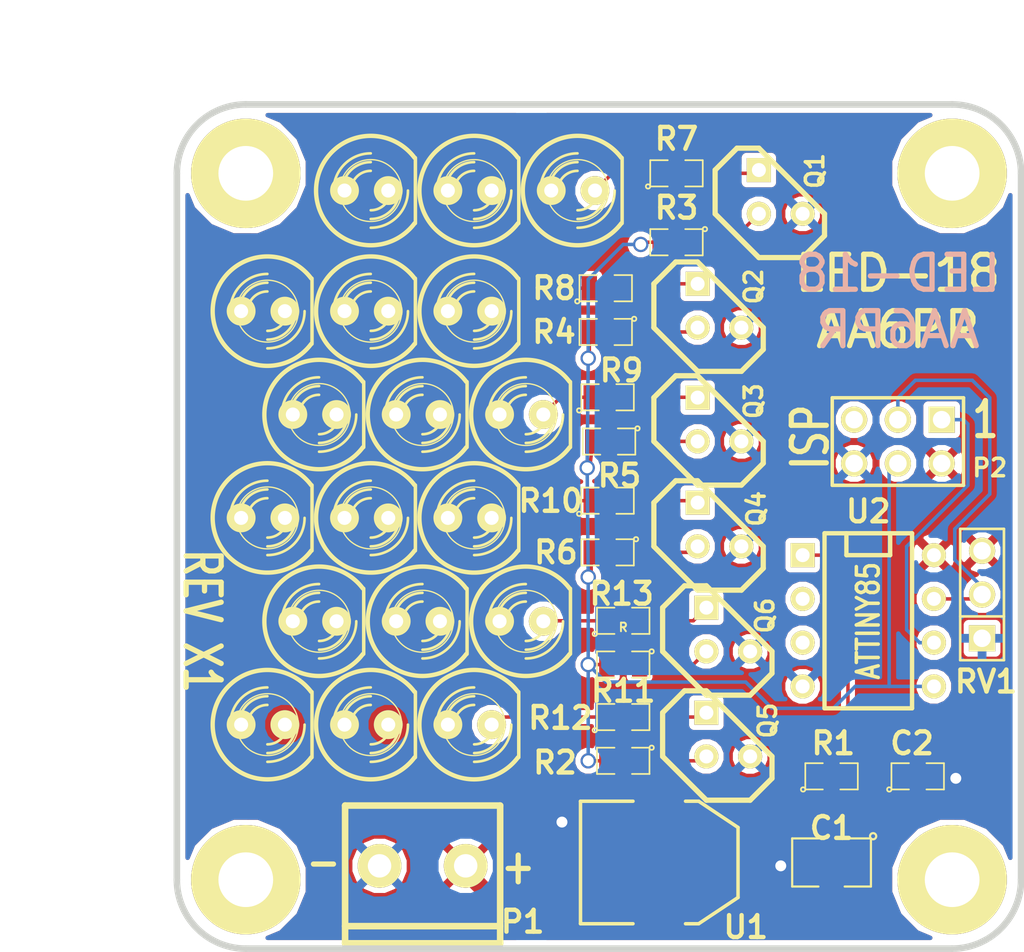
<source format=kicad_pcb>
(kicad_pcb (version 3) (host pcbnew "(2013-04-19 BZR 4011)-stable")
  (layers (15 Front signal) (0 Back signal) (20 B.SilkS user) (21 F.SilkS user) (22 B.Mask user) (23 F.Mask user) (28 Edge.Cuts user))
  (net 0 "")
  (net 1 +12V)
  (net 2 +5V)
  (net 3 /MISO)
  (net 4 /MOSI)
  (net 5 /RES*)
  (net 6 /SCK)
  (net 7 GND)
  (net 8 N-000001)
  (net 9 N-0000017)
  (net 10 N-0000018)
  (net 11 N-0000019)
  (net 12 N-000002)
  (net 13 N-0000020)
  (net 14 N-0000021)
  (net 15 N-0000022)
  (net 16 N-0000027)
  (net 17 N-0000028)
  (net 18 N-0000029)
  (net 19 N-000003)
  (net 20 N-0000030)
  (net 21 N-0000031)
  (net 22 N-0000032)
  (net 23 N-0000033)
  (net 24 N-0000034)
  (net 25 N-0000035)
  (net 26 N-0000036)
  (net 27 N-0000037)
  (net 28 N-0000038)
  (net 29 N-0000039)
  (net 30 N-000004)
  (net 31 N-0000040)
  (net 32 N-0000041)
  (net 33 N-0000042)
  (net 34 N-000005)
  (net 35 N-000006)
  (net 36 N-000007)
  (net 37 N-000008)
  (module PIN_ARRAY_3X1 (layer Front) (at 201.736 108.448 90)
    (fp_text reference RV1 (at -5.052 0.228 180) (layer F.SilkS) (effects (font (size 1.27 1.27) (thickness 0.254))))
    (fp_text value 10K-POT hide)
    (pad 1 thru_hole rect (at -2.54 0 90) (size 1.524 1.524) (drill 1.016) (layers *.Cu *.Mask F.SilkS) (net 7 GND))
    (pad 2 thru_hole circle (at 0 0 90) (size 1.524 1.524) (drill 1.016) (layers *.Cu *.Mask F.SilkS) (net 6 /SCK))
    (pad 3 thru_hole circle (at 2.54 0 90) (size 1.524 1.524) (drill 1.016) (layers *.Cu *.Mask F.SilkS) (net 2 +5V))
  )
  (module LED-5MM (layer Front) (at 163 98)
    (fp_text reference D7 hide)
    (fp_text value LED hide)
    (pad 1 thru_hole circle (at -1.27 0) (size 1.6764 1.6764) (drill 0.812799) (layers *.Cu *.Mask F.SilkS) (net 1 +12V))
    (pad 2 thru_hole circle (at 1.27 0) (size 1.6764 1.6764) (drill 0.812799) (layers *.Cu *.Mask F.SilkS) (net 21 N-0000031))
  )
  (module LED-5MM (layer Front) (at 172 104)
    (fp_text reference D12 hide)
    (fp_text value LED hide)
    (pad 1 thru_hole circle (at -1.27 0) (size 1.6764 1.6764) (drill 0.812799) (layers *.Cu *.Mask F.SilkS) (net 23 N-0000033))
    (pad 2 thru_hole circle (at 1.27 0) (size 1.6764 1.6764) (drill 0.812799) (layers *.Cu *.Mask F.SilkS) (net 24 N-0000034))
  )
  (module LED-5MM (layer Front) (at 166 104)
    (fp_text reference D11 hide)
    (fp_text value LED hide)
    (pad 1 thru_hole circle (at -1.27 0) (size 1.6764 1.6764) (drill 0.812799) (layers *.Cu *.Mask F.SilkS) (net 22 N-0000032))
    (pad 2 thru_hole circle (at 1.27 0) (size 1.6764 1.6764) (drill 0.812799) (layers *.Cu *.Mask F.SilkS) (net 23 N-0000033))
  )
  (module LED-5MM (layer Front) (at 160 104)
    (fp_text reference D10 hide)
    (fp_text value LED hide)
    (pad 1 thru_hole circle (at -1.27 0) (size 1.6764 1.6764) (drill 0.812799) (layers *.Cu *.Mask F.SilkS) (net 1 +12V))
    (pad 2 thru_hole circle (at 1.27 0) (size 1.6764 1.6764) (drill 0.812799) (layers *.Cu *.Mask F.SilkS) (net 22 N-0000032))
  )
  (module LED-5MM (layer Front) (at 175 98)
    (fp_text reference D9 hide)
    (fp_text value LED hide)
    (pad 1 thru_hole circle (at -1.27 0) (size 1.6764 1.6764) (drill 0.812799) (layers *.Cu *.Mask F.SilkS) (net 17 N-0000028))
    (pad 2 thru_hole circle (at 1.27 0) (size 1.6764 1.6764) (drill 0.812799) (layers *.Cu *.Mask F.SilkS) (net 20 N-0000030))
  )
  (module LED-5MM (layer Front) (at 169 98)
    (fp_text reference D8 hide)
    (fp_text value LED hide)
    (pad 1 thru_hole circle (at -1.27 0) (size 1.6764 1.6764) (drill 0.812799) (layers *.Cu *.Mask F.SilkS) (net 21 N-0000031))
    (pad 2 thru_hole circle (at 1.27 0) (size 1.6764 1.6764) (drill 0.812799) (layers *.Cu *.Mask F.SilkS) (net 17 N-0000028))
  )
  (module LED-5MM (layer Front) (at 172 92)
    (fp_text reference D6 hide)
    (fp_text value LED hide)
    (pad 1 thru_hole circle (at -1.27 0) (size 1.6764 1.6764) (drill 0.812799) (layers *.Cu *.Mask F.SilkS) (net 28 N-0000038))
    (pad 2 thru_hole circle (at 1.27 0) (size 1.6764 1.6764) (drill 0.812799) (layers *.Cu *.Mask F.SilkS) (net 27 N-0000037))
  )
  (module LED-5MM (layer Front) (at 166 92)
    (fp_text reference D5 hide)
    (fp_text value LED hide)
    (pad 1 thru_hole circle (at -1.27 0) (size 1.6764 1.6764) (drill 0.812799) (layers *.Cu *.Mask F.SilkS) (net 29 N-0000039))
    (pad 2 thru_hole circle (at 1.27 0) (size 1.6764 1.6764) (drill 0.812799) (layers *.Cu *.Mask F.SilkS) (net 28 N-0000038))
  )
  (module LED-5MM (layer Front) (at 160 92)
    (fp_text reference D4 hide)
    (fp_text value LED hide)
    (pad 1 thru_hole circle (at -1.27 0) (size 1.6764 1.6764) (drill 0.812799) (layers *.Cu *.Mask F.SilkS) (net 1 +12V))
    (pad 2 thru_hole circle (at 1.27 0) (size 1.6764 1.6764) (drill 0.812799) (layers *.Cu *.Mask F.SilkS) (net 29 N-0000039))
  )
  (module LED-5MM (layer Front) (at 178 85)
    (fp_text reference D3 hide)
    (fp_text value LED hide)
    (pad 1 thru_hole circle (at -1.27 0) (size 1.6764 1.6764) (drill 0.812799) (layers *.Cu *.Mask F.SilkS) (net 32 N-0000041))
    (pad 2 thru_hole circle (at 1.27 0) (size 1.6764 1.6764) (drill 0.812799) (layers *.Cu *.Mask F.SilkS) (net 33 N-0000042))
  )
  (module LED-5MM (layer Front) (at 172 85)
    (fp_text reference D2 hide)
    (fp_text value LED hide)
    (pad 1 thru_hole circle (at -1.27 0) (size 1.6764 1.6764) (drill 0.812799) (layers *.Cu *.Mask F.SilkS) (net 31 N-0000040))
    (pad 2 thru_hole circle (at 1.27 0) (size 1.6764 1.6764) (drill 0.812799) (layers *.Cu *.Mask F.SilkS) (net 32 N-0000041))
  )
  (module LED-5MM (layer Front) (at 166 85)
    (fp_text reference D1 hide)
    (fp_text value LED hide)
    (pad 1 thru_hole circle (at -1.27 0) (size 1.6764 1.6764) (drill 0.812799) (layers *.Cu *.Mask F.SilkS) (net 1 +12V))
    (pad 2 thru_hole circle (at 1.27 0) (size 1.6764 1.6764) (drill 0.812799) (layers *.Cu *.Mask F.SilkS) (net 31 N-0000040))
  )
  (module TB2-5MM (layer Front) (at 171.764 124.196 180)
    (fp_text reference P1 (at -3.304 -3.244 180) (layer F.SilkS) (effects (font (size 1.27 1.27) (thickness 0.254))))
    (fp_text value CONN_2 hide)
    (pad 1 thru_hole circle (at 0 0 180) (size 2.54 2.54) (drill 1.3589) (layers *.Cu *.Mask F.SilkS) (net 1 +12V))
    (pad 2 thru_hole circle (at 5 0 180) (size 2.54 2.54) (drill 1.3589) (layers *.Cu *.Mask F.SilkS) (net 7 GND))
  )
  (module SM0805 (layer Front) (at 193 119)
    (fp_text reference R1 (at 0.1 -1.916) (layer F.SilkS) (effects (font (size 1.27 1.27) (thickness 0.254))))
    (fp_text value 10K hide)
    (pad 1 smd rect (at -0.9525 0) (size 0.889 1.397) (layers Front F.Mask) (net 2 +5V))
    (pad 2 smd rect (at 0.9525 0) (size 0.889 1.397) (layers Front F.Mask) (net 5 /RES*))
  )
  (module SM1210 (layer Front) (at 193 124 180)
    (fp_text reference C1 (at 0 2 180) (layer F.SilkS) (effects (font (size 1.27 1.27) (thickness 0.254))))
    (fp_text value 10uF hide)
    (pad 1 smd rect (at -1.524 0 180) (size 1.27 2.54) (layers Front F.Mask) (net 2 +5V))
    (pad 2 smd rect (at 1.524 0 180) (size 1.27 2.54) (layers Front F.Mask) (net 7 GND))
  )
  (module SM0805 (layer Front) (at 198 119)
    (fp_text reference C2 (at -0.328 -1.916) (layer F.SilkS) (effects (font (size 1.27 1.27) (thickness 0.254))))
    (fp_text value 0.1uF hide)
    (pad 1 smd rect (at -0.9525 0) (size 0.889 1.397) (layers Front F.Mask) (net 5 /RES*))
    (pad 2 smd rect (at 0.9525 0) (size 0.889 1.397) (layers Front F.Mask) (net 7 GND))
  )
  (module SM0805 (layer Front) (at 184 88 180)
    (fp_text reference R3 (at 0 2 180) (layer F.SilkS) (effects (font (size 1.27 1.27) (thickness 0.254))))
    (fp_text value 4.7K hide)
    (pad 1 smd rect (at -0.9525 0 180) (size 0.889 1.397) (layers Front F.Mask) (net 11 N-0000019))
    (pad 2 smd rect (at 0.9525 0 180) (size 0.889 1.397) (layers Front F.Mask) (net 4 /MOSI))
  )
  (module SM0805 (layer Front) (at 179.892 93.208 180)
    (fp_text reference R4 (at 3 0 180) (layer F.SilkS) (effects (font (size 1.27 1.27) (thickness 0.254))))
    (fp_text value 4.7K hide)
    (pad 1 smd rect (at -0.9525 0 180) (size 0.889 1.397) (layers Front F.Mask) (net 13 N-0000020))
    (pad 2 smd rect (at 0.9525 0 180) (size 0.889 1.397) (layers Front F.Mask) (net 4 /MOSI))
  )
  (module SM0805 (layer Front) (at 180.086 99.568 180)
    (fp_text reference R5 (at -0.6032 -1.9804 180) (layer F.SilkS) (effects (font (size 1.27 1.27) (thickness 0.254))))
    (fp_text value 4.7K hide)
    (pad 1 smd rect (at -0.9525 0 180) (size 0.889 1.397) (layers Front F.Mask) (net 14 N-0000021))
    (pad 2 smd rect (at 0.9525 0 180) (size 0.889 1.397) (layers Front F.Mask) (net 4 /MOSI))
  )
  (module SM0805 (layer Front) (at 180 106 180)
    (fp_text reference R6 (at 3 0 180) (layer F.SilkS) (effects (font (size 1.27 1.27) (thickness 0.254))))
    (fp_text value 4.7K hide)
    (pad 1 smd rect (at -0.9525 0 180) (size 0.889 1.397) (layers Front F.Mask) (net 16 N-0000027))
    (pad 2 smd rect (at 0.9525 0 180) (size 0.889 1.397) (layers Front F.Mask) (net 4 /MOSI))
  )
  (module SM0805 (layer Front) (at 184 84)
    (fp_text reference R7 (at 0 -2) (layer F.SilkS) (effects (font (size 1.27 1.27) (thickness 0.254))))
    (fp_text value R hide)
    (pad 1 smd rect (at -0.9525 0) (size 0.889 1.397) (layers Front F.Mask) (net 33 N-0000042))
    (pad 2 smd rect (at 0.9525 0) (size 0.889 1.397) (layers Front F.Mask) (net 15 N-0000022))
  )
  (module SM0805 (layer Front) (at 179.892 90.668)
    (fp_text reference R8 (at -3 0) (layer F.SilkS) (effects (font (size 1.27 1.27) (thickness 0.254))))
    (fp_text value R hide)
    (pad 1 smd rect (at -0.9525 0) (size 0.889 1.397) (layers Front F.Mask) (net 27 N-0000037))
    (pad 2 smd rect (at 0.9525 0) (size 0.889 1.397) (layers Front F.Mask) (net 26 N-0000036))
  )
  (module SM0805 (layer Front) (at 180 97)
    (fp_text reference R9 (at 0.8064 -1.5568) (layer F.SilkS) (effects (font (size 1.27 1.27) (thickness 0.254))))
    (fp_text value R hide)
    (pad 1 smd rect (at -0.9525 0) (size 0.889 1.397) (layers Front F.Mask) (net 20 N-0000030))
    (pad 2 smd rect (at 0.9525 0) (size 0.889 1.397) (layers Front F.Mask) (net 18 N-0000029))
  )
  (module SM0805 (layer Front) (at 180 103)
    (fp_text reference R10 (at -3.3084 0.0124) (layer F.SilkS) (effects (font (size 1.27 1.27) (thickness 0.254))))
    (fp_text value R hide)
    (pad 1 smd rect (at -0.9525 0) (size 0.889 1.397) (layers Front F.Mask) (net 24 N-0000034))
    (pad 2 smd rect (at 0.9525 0) (size 0.889 1.397) (layers Front F.Mask) (net 25 N-0000035))
  )
  (module SOT223 (layer Front) (at 183 124 270)
    (fp_text reference U1 (at 3.752 -5.02 360) (layer F.SilkS) (effects (font (size 1.27 1.27) (thickness 0.254))))
    (fp_text value AP1117 hide)
    (pad 4 smd rect (at 0 -3.302 270) (size 3.6576 2.032) (layers Front F.Mask) (net 2 +5V))
    (pad 2 smd rect (at 0 3.302 270) (size 1.016 2.032) (layers Front F.Mask) (net 2 +5V))
    (pad 3 smd rect (at 2.286 3.302 270) (size 1.016 2.032) (layers Front F.Mask) (net 1 +12V))
    (pad 1 smd rect (at -2.286 3.302 270) (size 1.016 2.032) (layers Front F.Mask) (net 7 GND))
  )
  (module SM0805 (layer Front) (at 180.908 109.972)
    (fp_text reference R13 (at -0.092 -1.568) (layer F.SilkS) (effects (font (size 1.27 1.27) (thickness 0.254))))
    (fp_text value R (at 0 0.381) (layer F.SilkS) (effects (font (size 0.50038 0.50038) (thickness 0.10922))))
    (pad 1 smd rect (at -0.9525 0) (size 0.889 1.397) (layers Front F.Mask) (net 19 N-000003))
    (pad 2 smd rect (at 0.9525 0) (size 0.889 1.397) (layers Front F.Mask) (net 12 N-000002))
  )
  (module SM0805 (layer Front) (at 180.908 115.56)
    (fp_text reference R12 (at -3.648 0.052) (layer F.SilkS) (effects (font (size 1.27 1.27) (thickness 0.254))))
    (fp_text value R hide)
    (pad 1 smd rect (at -0.9525 0) (size 0.889 1.397) (layers Front F.Mask) (net 36 N-000007))
    (pad 2 smd rect (at 0.9525 0) (size 0.889 1.397) (layers Front F.Mask) (net 37 N-000008))
  )
  (module SM0805 (layer Front) (at 180.908 112.512 180)
    (fp_text reference R11 (at 0 -1.524 180) (layer F.SilkS) (effects (font (size 1.27 1.27) (thickness 0.254))))
    (fp_text value 4.7K hide)
    (pad 1 smd rect (at -0.9525 0 180) (size 0.889 1.397) (layers Front F.Mask) (net 10 N-0000018))
    (pad 2 smd rect (at 0.9525 0 180) (size 0.889 1.397) (layers Front F.Mask) (net 4 /MOSI))
  )
  (module SM0805 (layer Front) (at 180.908 118.1 180)
    (fp_text reference R2 (at 3.9624 -0.1016 180) (layer F.SilkS) (effects (font (size 1.27 1.27) (thickness 0.254))))
    (fp_text value 4.7K hide)
    (pad 1 smd rect (at -0.9525 0 180) (size 0.889 1.397) (layers Front F.Mask) (net 9 N-0000017))
    (pad 2 smd rect (at 0.9525 0 180) (size 0.889 1.397) (layers Front F.Mask) (net 4 /MOSI))
  )
  (module LED-5MM (layer Front) (at 163 110)
    (fp_text reference D16 hide)
    (fp_text value LED hide)
    (pad 1 thru_hole circle (at -1.27 0) (size 1.6764 1.6764) (drill 0.8128) (layers *.Cu *.Mask F.SilkS) (net 1 +12V))
    (pad 2 thru_hole circle (at 1.27 0) (size 1.6764 1.6764) (drill 0.8128) (layers *.Cu *.Mask F.SilkS) (net 8 N-000001))
  )
  (module LED-5MM (layer Front) (at 169 110)
    (fp_text reference D17 hide)
    (fp_text value LED hide)
    (pad 1 thru_hole circle (at -1.27 0) (size 1.6764 1.6764) (drill 0.8128) (layers *.Cu *.Mask F.SilkS) (net 8 N-000001))
    (pad 2 thru_hole circle (at 1.27 0) (size 1.6764 1.6764) (drill 0.8128) (layers *.Cu *.Mask F.SilkS) (net 30 N-000004))
  )
  (module LED-5MM (layer Front) (at 175 110)
    (fp_text reference D18 hide)
    (fp_text value LED hide)
    (pad 1 thru_hole circle (at -1.27 0) (size 1.6764 1.6764) (drill 0.8128) (layers *.Cu *.Mask F.SilkS) (net 30 N-000004))
    (pad 2 thru_hole circle (at 1.27 0) (size 1.6764 1.6764) (drill 0.8128) (layers *.Cu *.Mask F.SilkS) (net 19 N-000003))
  )
  (module LED-5MM (layer Front) (at 160 116)
    (fp_text reference D13 hide)
    (fp_text value LED hide)
    (pad 1 thru_hole circle (at -1.27 0) (size 1.6764 1.6764) (drill 0.8128) (layers *.Cu *.Mask F.SilkS) (net 1 +12V))
    (pad 2 thru_hole circle (at 1.27 0) (size 1.6764 1.6764) (drill 0.8128) (layers *.Cu *.Mask F.SilkS) (net 34 N-000005))
  )
  (module LED-5MM (layer Front) (at 166 116)
    (fp_text reference D14 hide)
    (fp_text value LED hide)
    (pad 1 thru_hole circle (at -1.27 0) (size 1.6764 1.6764) (drill 0.8128) (layers *.Cu *.Mask F.SilkS) (net 34 N-000005))
    (pad 2 thru_hole circle (at 1.27 0) (size 1.6764 1.6764) (drill 0.8128) (layers *.Cu *.Mask F.SilkS) (net 35 N-000006))
  )
  (module LED-5MM (layer Front) (at 172 116)
    (fp_text reference D15 hide)
    (fp_text value LED hide)
    (pad 1 thru_hole circle (at -1.27 0) (size 1.6764 1.6764) (drill 0.8128) (layers *.Cu *.Mask F.SilkS) (net 35 N-000006))
    (pad 2 thru_hole circle (at 1.27 0) (size 1.6764 1.6764) (drill 0.8128) (layers *.Cu *.Mask F.SilkS) (net 36 N-000007))
  )
  (module MTG-4-40 (layer Front) (at 200 125)
    (fp_text reference MTG4 hide)
    (fp_text value CONN_1 hide)
    (pad 1 thru_hole circle (at 0 0) (size 6.35 6.35) (drill 3.175) (layers *.Cu *.Mask F.SilkS))
  )
  (module MTG-4-40 (layer Front) (at 159 125)
    (fp_text reference MTG3 hide)
    (fp_text value CONN_1 hide)
    (pad 1 thru_hole circle (at 0 0) (size 6.35 6.35) (drill 3.175) (layers *.Cu *.Mask F.SilkS))
  )
  (module MTG-4-40 (layer Front) (at 200 84)
    (fp_text reference MTG2 hide)
    (fp_text value CONN_1 hide)
    (pad 1 thru_hole circle (at 0 0) (size 6.35 6.35) (drill 3.175) (layers *.Cu *.Mask F.SilkS))
  )
  (module MTG-4-40 (layer Front) (at 159 84)
    (fp_text reference MTG1 hide)
    (fp_text value CONN_1 hide)
    (pad 1 thru_hole circle (at 0 0) (size 6.35 6.35) (drill 3.175) (layers *.Cu *.Mask F.SilkS))
  )
  (module DIP-8__300 (layer Front) (at 195.132 109.972 270)
    (fp_text reference U2 (at -6.35 0 360) (layer F.SilkS) (effects (font (size 1.27 1.27) (thickness 0.254))))
    (fp_text value ATTINY85 (at 0 0 270) (layer F.SilkS) (effects (font (size 1.27 1.016) (thickness 0.2032))))
    (pad 1 thru_hole rect (at -3.81 3.81 270) (size 1.397 1.397) (drill 0.8128) (layers *.Cu *.Mask F.SilkS) (net 5 /RES*))
    (pad 2 thru_hole circle (at -1.27 3.81 270) (size 1.397 1.397) (drill 0.8128) (layers *.Cu *.Mask F.SilkS))
    (pad 3 thru_hole circle (at 1.27 3.81 270) (size 1.397 1.397) (drill 0.8128) (layers *.Cu *.Mask F.SilkS))
    (pad 4 thru_hole circle (at 3.81 3.81 270) (size 1.397 1.397) (drill 0.8128) (layers *.Cu *.Mask F.SilkS) (net 7 GND))
    (pad 5 thru_hole circle (at 3.81 -3.81 270) (size 1.397 1.397) (drill 0.8128) (layers *.Cu *.Mask F.SilkS) (net 4 /MOSI))
    (pad 6 thru_hole circle (at 1.27 -3.81 270) (size 1.397 1.397) (drill 0.8128) (layers *.Cu *.Mask F.SilkS) (net 3 /MISO))
    (pad 7 thru_hole circle (at -1.27 -3.81 270) (size 1.397 1.397) (drill 0.8128) (layers *.Cu *.Mask F.SilkS) (net 6 /SCK))
    (pad 8 thru_hole circle (at -3.81 -3.81 270) (size 1.397 1.397) (drill 0.8128) (layers *.Cu *.Mask F.SilkS) (net 2 +5V))
  )
  (module TO92-123 (layer Front) (at 186.496 104.384 90)
    (fp_text reference Q4 (at 0.9144 2.1336 90) (layer F.SilkS) (effects (font (size 1.016 1.016) (thickness 0.2032))))
    (fp_text value NPN hide)
    (pad 3 thru_hole rect (at 1.27 -1.27 90) (size 1.397 1.397) (drill 0.8128) (layers *.Cu *.Mask F.SilkS) (net 25 N-0000035))
    (pad 2 thru_hole circle (at -1.27 -1.27 90) (size 1.397 1.397) (drill 0.8128) (layers *.Cu *.Mask F.SilkS) (net 16 N-0000027))
    (pad 1 thru_hole circle (at -1.27 1.27 90) (size 1.397 1.397) (drill 0.8128) (layers *.Cu *.Mask F.SilkS) (net 7 GND))
  )
  (module TO92-123 (layer Front) (at 186.496 98.288 90)
    (fp_text reference Q3 (at 1.0668 1.9812 90) (layer F.SilkS) (effects (font (size 1.016 1.016) (thickness 0.2032))))
    (fp_text value NPN hide)
    (pad 3 thru_hole rect (at 1.27 -1.27 90) (size 1.397 1.397) (drill 0.8128) (layers *.Cu *.Mask F.SilkS) (net 18 N-0000029))
    (pad 2 thru_hole circle (at -1.27 -1.27 90) (size 1.397 1.397) (drill 0.8128) (layers *.Cu *.Mask F.SilkS) (net 14 N-0000021))
    (pad 1 thru_hole circle (at -1.27 1.27 90) (size 1.397 1.397) (drill 0.8128) (layers *.Cu *.Mask F.SilkS) (net 7 GND))
  )
  (module TO92-123 (layer Front) (at 186.496 91.684 90)
    (fp_text reference Q2 (at 1.1176 1.9812 90) (layer F.SilkS) (effects (font (size 1.016 1.016) (thickness 0.2032))))
    (fp_text value NPN hide)
    (pad 3 thru_hole rect (at 1.27 -1.27 90) (size 1.397 1.397) (drill 0.8128) (layers *.Cu *.Mask F.SilkS) (net 26 N-0000036))
    (pad 2 thru_hole circle (at -1.27 -1.27 90) (size 1.397 1.397) (drill 0.8128) (layers *.Cu *.Mask F.SilkS) (net 13 N-0000020))
    (pad 1 thru_hole circle (at -1.27 1.27 90) (size 1.397 1.397) (drill 0.8128) (layers *.Cu *.Mask F.SilkS) (net 7 GND))
  )
  (module TO92-123 (layer Front) (at 190.052 85.08 90)
    (fp_text reference Q1 (at 1.2192 1.9812 90) (layer F.SilkS) (effects (font (size 1.016 1.016) (thickness 0.2032))))
    (fp_text value NPN hide)
    (pad 3 thru_hole rect (at 1.27 -1.27 90) (size 1.397 1.397) (drill 0.8128) (layers *.Cu *.Mask F.SilkS) (net 15 N-0000022))
    (pad 2 thru_hole circle (at -1.27 -1.27 90) (size 1.397 1.397) (drill 0.8128) (layers *.Cu *.Mask F.SilkS) (net 11 N-0000019))
    (pad 1 thru_hole circle (at -1.27 1.27 90) (size 1.397 1.397) (drill 0.8128) (layers *.Cu *.Mask F.SilkS) (net 7 GND))
  )
  (module TO92-123 (layer Front) (at 187.004 110.48 90)
    (fp_text reference Q6 (at 0.8128 2.1336 90) (layer F.SilkS) (effects (font (size 1.016 1.016) (thickness 0.2032))))
    (fp_text value NPN hide)
    (pad 3 thru_hole rect (at 1.27 -1.27 90) (size 1.397 1.397) (drill 0.8128) (layers *.Cu *.Mask F.SilkS) (net 12 N-000002))
    (pad 2 thru_hole circle (at -1.27 -1.27 90) (size 1.397 1.397) (drill 0.8128) (layers *.Cu *.Mask F.SilkS) (net 10 N-0000018))
    (pad 1 thru_hole circle (at -1.27 1.27 90) (size 1.397 1.397) (drill 0.8128) (layers *.Cu *.Mask F.SilkS) (net 7 GND))
  )
  (module TO92-123 (layer Front) (at 187.004 116.576 90)
    (fp_text reference Q5 (at 0.8128 2.286 90) (layer F.SilkS) (effects (font (size 1.016 1.016) (thickness 0.2032))))
    (fp_text value NPN hide)
    (pad 3 thru_hole rect (at 1.27 -1.27 90) (size 1.397 1.397) (drill 0.8128) (layers *.Cu *.Mask F.SilkS) (net 37 N-000008))
    (pad 2 thru_hole circle (at -1.27 -1.27 90) (size 1.397 1.397) (drill 0.8128) (layers *.Cu *.Mask F.SilkS) (net 9 N-0000017))
    (pad 1 thru_hole circle (at -1.27 1.27 90) (size 1.397 1.397) (drill 0.8128) (layers *.Cu *.Mask F.SilkS) (net 7 GND))
  )
  (module pin_array_3x2 (layer Front) (at 196.85 99.568 180)
    (fp_text reference P2 (at -5.334 -1.524 180) (layer F.SilkS) (effects (font (size 1.016 1.016) (thickness 0.2032))))
    (fp_text value CONN_3X2 hide)
    (pad 1 thru_hole rect (at -2.54 1.27 180) (size 1.524 1.524) (drill 1.016) (layers *.Cu *.Mask F.SilkS) (net 3 /MISO))
    (pad 2 thru_hole circle (at -2.54 -1.27 180) (size 1.524 1.524) (drill 1.016) (layers *.Cu *.Mask F.SilkS) (net 2 +5V))
    (pad 3 thru_hole circle (at 0 1.27 180) (size 1.524 1.524) (drill 1.016) (layers *.Cu *.Mask F.SilkS) (net 6 /SCK))
    (pad 4 thru_hole circle (at 0 -1.27 180) (size 1.524 1.524) (drill 1.016) (layers *.Cu *.Mask F.SilkS) (net 4 /MOSI))
    (pad 5 thru_hole circle (at 2.54 1.27 180) (size 1.524 1.524) (drill 1.016) (layers *.Cu *.Mask F.SilkS))
    (pad 6 thru_hole circle (at 2.54 -1.27 180) (size 1.524 1.524) (drill 1.016) (layers *.Cu *.Mask F.SilkS) (net 7 GND))
  )
  (gr_text "REV X1" (at 156.464 109.982 270) (layer F.SilkS) (effects (font (size 2.032 1.524) (thickness 0.3048))))
  (gr_text 1 (at 201.93 98.298) (layer F.SilkS) (effects (font (size 2.032 1.524) (thickness 0.3048))))
  (gr_text ISP (at 191.77 99.314 90) (layer F.SilkS) (effects (font (size 2.032 1.524) (thickness 0.3048))))
  (gr_text - (at 163.509 123.942) (layer F.SilkS) (effects (font (size 2.032 1.524) (thickness 0.3048))))
  (gr_text + (at 174.812 124.196) (layer F.SilkS) (effects (font (size 2.032 1.524) (thickness 0.3048))))
  (gr_line (start 204 125) (end 204 84) (angle 90) (layer Edge.Cuts) (width 0.381))
  (gr_line (start 159 129) (end 200 129) (angle 90) (layer Edge.Cuts) (width 0.381))
  (gr_line (start 155 84) (end 155 125) (angle 90) (layer Edge.Cuts) (width 0.381))
  (gr_line (start 200 80) (end 159 80) (angle 90) (layer Edge.Cuts) (width 0.381))
  (gr_arc (start 159 125) (end 159 129) (angle 90) (layer Edge.Cuts) (width 0.381))
  (gr_arc (start 200 125) (end 204 125) (angle 90) (layer Edge.Cuts) (width 0.381))
  (gr_arc (start 200 84) (end 200 80) (angle 90) (layer Edge.Cuts) (width 0.381))
  (gr_arc (start 159 84) (end 155 84) (angle 90) (layer Edge.Cuts) (width 0.381))
  (gr_text "LED-18\nAA6PR" (at 196.85 91.44) (layer B.SilkS) (effects (font (size 2.032 2.032) (thickness 0.3048)) (justify mirror)))
  (gr_text "LED-18\nAA6PR" (at 196.85 91.44) (layer F.SilkS) (effects (font (size 2.032 2.032) (thickness 0.3048))))
  (segment (start 179.698 126.286) (end 173.286 126.286) (width 0.635) (layer Front) (net 1))
  (segment (start 173.286 126.286) (end 171 124) (width 0.635) (layer Front) (net 1))
  (segment (start 198.942 111.242) (end 198.11 111.242) (width 0.2032) (layer Back) (net 3))
  (segment (start 200.66 98.298) (end 199.39 98.298) (width 0.2032) (layer Back) (net 3))
  (segment (start 200.914 98.552) (end 200.66 98.298) (width 0.2032) (layer Back) (net 3))
  (segment (start 200.914 102.108) (end 200.914 98.552) (width 0.2032) (layer Back) (net 3))
  (segment (start 197.358 105.664) (end 200.914 102.108) (width 0.2032) (layer Back) (net 3))
  (segment (start 197.358 110.49) (end 197.358 105.664) (width 0.2032) (layer Back) (net 3))
  (segment (start 198.11 111.242) (end 197.358 110.49) (width 0.2032) (layer Back) (net 3))
  (segment (start 196.342 113.782) (end 196.342 101.346) (width 0.2032) (layer Back) (net 4))
  (segment (start 196.342 101.346) (end 196.85 100.838) (width 0.2032) (layer Back) (net 4))
  (segment (start 198.942 113.782) (end 196.342 113.782) (width 0.2032) (layer Back) (net 4))
  (segment (start 196.342 113.782) (end 194.37 113.782) (width 0.2032) (layer Back) (net 4))
  (segment (start 179.892 113.528) (end 178.876 112.512) (width 0.2032) (layer Back) (net 4))
  (segment (start 188.02 113.528) (end 179.892 113.528) (width 0.2032) (layer Back) (net 4))
  (segment (start 189.544 115.052) (end 188.02 113.528) (width 0.2032) (layer Back) (net 4))
  (segment (start 193.1 115.052) (end 189.544 115.052) (width 0.2032) (layer Back) (net 4))
  (segment (start 194.37 113.782) (end 193.1 115.052) (width 0.2032) (layer Back) (net 4))
  (segment (start 178.876 94.732) (end 178.876 90.16) (width 0.2032) (layer Back) (net 4))
  (segment (start 180.908 88.128) (end 181.924 88.128) (width 0.2032) (layer Back) (net 4))
  (segment (start 178.876 90.16) (end 180.908 88.128) (width 0.2032) (layer Back) (net 4))
  (segment (start 178.816 101.092) (end 178.876 94.732) (width 0.2032) (layer Back) (net 4))
  (segment (start 178.876 107.432) (end 178.816 101.092) (width 0.2032) (layer Back) (net 4))
  (segment (start 178.876 107.432) (end 178.876 112.512) (width 0.2032) (layer Back) (net 4))
  (segment (start 178.876 112.512) (end 178.876 118.1) (width 0.2032) (layer Back) (net 4))
  (segment (start 182.052 88) (end 183.0475 88) (width 0.2032) (layer Front) (net 4))
  (segment (start 181.924 88.128) (end 182.052 88) (width 0.2032) (layer Front) (net 4))
  (via (at 181.924 88.128) (size 0.889) (layers Front Back) (net 4))
  (segment (start 178.9395 94.6685) (end 178.9395 93.208) (width 0.2032) (layer Front) (net 4))
  (segment (start 178.876 94.732) (end 178.9395 94.6685) (width 0.2032) (layer Front) (net 4))
  (via (at 178.876 94.732) (size 0.889) (layers Front Back) (net 4))
  (segment (start 178.9875 100.9205) (end 179.1335 99.568) (width 0.2032) (layer Front) (net 4))
  (segment (start 178.816 101.092) (end 178.9875 100.9205) (width 0.2032) (layer Front) (net 4))
  (via (at 178.816 101.092) (size 0.889) (layers Front Back) (net 4))
  (segment (start 179.0475 106) (end 179.0475 107.2605) (width 0.2032) (layer Front) (net 4))
  (via (at 178.876 107.432) (size 0.889) (layers Front Back) (net 4))
  (segment (start 179.0475 107.2605) (end 178.876 107.432) (width 0.2032) (layer Front) (net 4))
  (segment (start 179.9555 112.512) (end 178.876 112.512) (width 0.2032) (layer Front) (net 4))
  (segment (start 178.876 118.1) (end 179.9555 118.1) (width 0.2032) (layer Front) (net 4))
  (via (at 178.876 118.1) (size 0.889) (layers Front Back) (net 4))
  (via (at 178.876 112.512) (size 0.889) (layers Front Back) (net 4))
  (segment (start 193.9525 119) (end 193.9525 106.5795) (width 0.2032) (layer Front) (net 5))
  (segment (start 193.535 106.162) (end 191.322 106.162) (width 0.2032) (layer Front) (net 5))
  (segment (start 193.9525 106.5795) (end 193.535 106.162) (width 0.2032) (layer Front) (net 5))
  (segment (start 193.9525 119) (end 197.0475 119) (width 0.2032) (layer Front) (net 5))
  (segment (start 201.736 108.448) (end 201.736 108.01) (width 0.2032) (layer Back) (net 6))
  (segment (start 196.85 97.028) (end 196.85 98.298) (width 0.2032) (layer Back) (net 6))
  (segment (start 197.866 96.012) (end 196.85 97.028) (width 0.2032) (layer Back) (net 6))
  (segment (start 201.168 96.012) (end 197.866 96.012) (width 0.2032) (layer Back) (net 6))
  (segment (start 202.184 97.028) (end 201.168 96.012) (width 0.2032) (layer Back) (net 6))
  (segment (start 202.184 102.616) (end 202.184 97.028) (width 0.2032) (layer Back) (net 6))
  (segment (start 200.152 104.648) (end 202.184 102.616) (width 0.2032) (layer Back) (net 6))
  (segment (start 200.152 106.426) (end 200.152 104.648) (width 0.2032) (layer Back) (net 6))
  (segment (start 201.736 108.01) (end 200.152 106.426) (width 0.2032) (layer Back) (net 6))
  (segment (start 198.942 108.702) (end 201.482 108.702) (width 0.2032) (layer Front) (net 6))
  (segment (start 201.482 108.702) (end 201.736 108.448) (width 0.2032) (layer Front) (net 6))
  (segment (start 198.9525 119) (end 200.096 119) (width 0.2032) (layer Front) (net 7))
  (via (at 200.212 119.116) (size 0.889) (layers Front Back) (net 7))
  (segment (start 200.096 119) (end 200.212 119.116) (width 0.2032) (layer Front) (net 7))
  (segment (start 191.476 124) (end 190.248 124) (width 0.2032) (layer Front) (net 7))
  (via (at 190.052 124.196) (size 0.889) (layers Front Back) (net 7))
  (segment (start 190.248 124) (end 190.052 124.196) (width 0.2032) (layer Front) (net 7))
  (segment (start 179.698 121.714) (end 177.41 121.714) (width 0.635) (layer Front) (net 7))
  (via (at 177.352 121.656) (size 0.889) (layers Front Back) (net 7))
  (segment (start 177.41 121.714) (end 177.352 121.656) (width 0.635) (layer Front) (net 7))
  (segment (start 164.27 110) (end 167.73 110) (width 0.2032) (layer Front) (net 8))
  (segment (start 181.8605 118.1) (end 185.48 118.1) (width 0.2032) (layer Front) (net 9))
  (segment (start 185.48 118.1) (end 185.734 117.846) (width 0.2032) (layer Front) (net 9))
  (segment (start 181.924 118.0365) (end 181.8605 118.1) (width 0.2032) (layer Front) (net 9))
  (segment (start 181.8605 112.512) (end 184.972 112.512) (width 0.2032) (layer Front) (net 10))
  (segment (start 184.972 112.512) (end 185.734 111.75) (width 0.2032) (layer Front) (net 10))
  (segment (start 184.9525 88) (end 187.132 88) (width 0.2032) (layer Front) (net 11))
  (segment (start 187.132 88) (end 188.782 86.35) (width 0.2032) (layer Front) (net 11))
  (segment (start 181.8605 109.972) (end 184.972 109.972) (width 0.2032) (layer Front) (net 12))
  (segment (start 184.972 109.972) (end 185.734 109.21) (width 0.2032) (layer Front) (net 12))
  (segment (start 181.924 109.972) (end 181.8605 109.972) (width 0.2032) (layer Front) (net 12))
  (segment (start 180.8445 93.208) (end 184.972 93.208) (width 0.2032) (layer Front) (net 13))
  (segment (start 184.972 93.208) (end 185.226 92.954) (width 0.2032) (layer Front) (net 13))
  (segment (start 180.908 93.1445) (end 180.8445 93.208) (width 0.2032) (layer Front) (net 13))
  (segment (start 185.226 99.558) (end 181.0485 99.558) (width 0.2032) (layer Front) (net 14))
  (segment (start 181.0485 99.558) (end 181.0385 99.568) (width 0.2032) (layer Front) (net 14))
  (segment (start 181.306 99.3005) (end 181.0385 99.568) (width 0.2032) (layer Front) (net 14))
  (segment (start 184.9525 84) (end 188.592 84) (width 0.2032) (layer Front) (net 15))
  (segment (start 188.592 84) (end 188.782 83.81) (width 0.2032) (layer Front) (net 15))
  (segment (start 180.9525 106) (end 184.88 106) (width 0.2032) (layer Front) (net 16))
  (segment (start 184.88 106) (end 185.226 105.654) (width 0.2032) (layer Front) (net 16))
  (segment (start 170.27 98) (end 173.73 98) (width 0.2032) (layer Front) (net 17))
  (segment (start 180.9525 97) (end 185.208 97) (width 0.2032) (layer Front) (net 18))
  (segment (start 185.208 97) (end 185.226 97.018) (width 0.2032) (layer Front) (net 18))
  (segment (start 179.9555 109.972) (end 176.298 109.972) (width 0.2032) (layer Front) (net 19))
  (segment (start 176.298 109.972) (end 176.27 110) (width 0.2032) (layer Front) (net 19))
  (segment (start 179.0475 97) (end 177.27 97) (width 0.2032) (layer Front) (net 20))
  (segment (start 177.27 97) (end 176.27 98) (width 0.2032) (layer Front) (net 20))
  (segment (start 164.27 98) (end 167.73 98) (width 0.2032) (layer Front) (net 21))
  (segment (start 161.27 104) (end 164.73 104) (width 0.2032) (layer Front) (net 22))
  (segment (start 167.27 104) (end 170.73 104) (width 0.2032) (layer Front) (net 23))
  (segment (start 179.0475 103) (end 174.27 103) (width 0.2032) (layer Front) (net 24))
  (segment (start 174.27 103) (end 173.27 104) (width 0.2032) (layer Front) (net 24))
  (segment (start 180.9525 103) (end 185.112 103) (width 0.2032) (layer Front) (net 25))
  (segment (start 185.112 103) (end 185.226 103.114) (width 0.2032) (layer Front) (net 25))
  (segment (start 185.226 90.414) (end 181.0985 90.414) (width 0.2032) (layer Front) (net 26))
  (segment (start 181.0985 90.414) (end 180.8445 90.668) (width 0.2032) (layer Front) (net 26))
  (segment (start 178.9395 90.668) (end 174.602 90.668) (width 0.2032) (layer Front) (net 27))
  (segment (start 174.602 90.668) (end 173.27 92) (width 0.2032) (layer Front) (net 27))
  (segment (start 170.73 92) (end 167.27 92) (width 0.2032) (layer Front) (net 28))
  (segment (start 164.73 92) (end 161.27 92) (width 0.2032) (layer Front) (net 29))
  (segment (start 170.27 110) (end 173.73 110) (width 0.2032) (layer Front) (net 30))
  (segment (start 167.27 85) (end 170.73 85) (width 0.2032) (layer Front) (net 31))
  (segment (start 173.27 85) (end 176.73 85) (width 0.2032) (layer Front) (net 32))
  (segment (start 183.0475 84) (end 180.27 84) (width 0.2032) (layer Front) (net 33))
  (segment (start 180.27 84) (end 179.27 85) (width 0.2032) (layer Front) (net 33))
  (segment (start 161.27 116) (end 164.73 116) (width 0.2032) (layer Front) (net 34))
  (segment (start 167.27 116) (end 170.73 116) (width 0.2032) (layer Front) (net 35))
  (segment (start 179.9555 115.56) (end 173.71 115.56) (width 0.2032) (layer Front) (net 36))
  (segment (start 173.71 115.56) (end 173.27 116) (width 0.2032) (layer Front) (net 36))
  (segment (start 181.8605 115.56) (end 185.48 115.56) (width 0.2032) (layer Front) (net 37))
  (segment (start 185.48 115.56) (end 185.734 115.306) (width 0.2032) (layer Front) (net 37))
  (segment (start 181.8605 116.0045) (end 181.8605 115.56) (width 0.2032) (layer Front) (net 37))
  (zone (net 1) (net_name +12V) (layer Front) (connect_pads (clearance 0.3048)) (min_thickness 0.254) (fill (arc_segments 16) (thermal_gap 0.508) (thermal_bridge_width 0.508))
    (polygon (pts (xy 174.812 128.768) (xy 159.064 128.768) (xy 155 124.196) (xy 155 83.556) (xy 159.572 80) (xy 174.812 80)))
  )
  (zone (net 7) (net_name GND) (layer Back) (connect_pads (clearance 0.3048)) (min_thickness 0.254) (fill (arc_segments 16) (thermal_gap 0.508) (thermal_bridge_width 0.508))
    (polygon (pts (xy 199.704 80) (xy 203.768 84.064) (xy 203.768 125.212) (xy 199.704 128.768) (xy 159.064 128.768) (xy 155 124.704) (xy 155 84.064) (xy 159.572 80)))
  )
  (zone (net 2) (net_name +5V) (layer Front) (connect_pads (clearance 0.3048)) (min_thickness 0.254) (fill (arc_segments 16) (thermal_gap 0.508) (thermal_bridge_width 0.508))
    (polygon (pts (xy 176.336 80) (xy 199.704 80) (xy 203.768 84.064) (xy 203.768 125.212) (xy 199.704 128.768) (xy 176.336 128.768)))
  )
)
</source>
